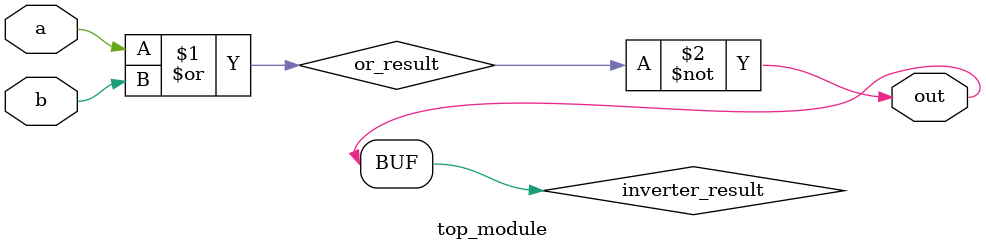
<source format=sv>
module top_module(
	input a, 
	input b,
	output out
);
    // OR gate
    wire or_result;
    assign or_result = a | b;

    // Inverter
    wire inverter_result;
    assign inverter_result = ~or_result;

    // Output
    assign out = inverter_result;
endmodule

</source>
